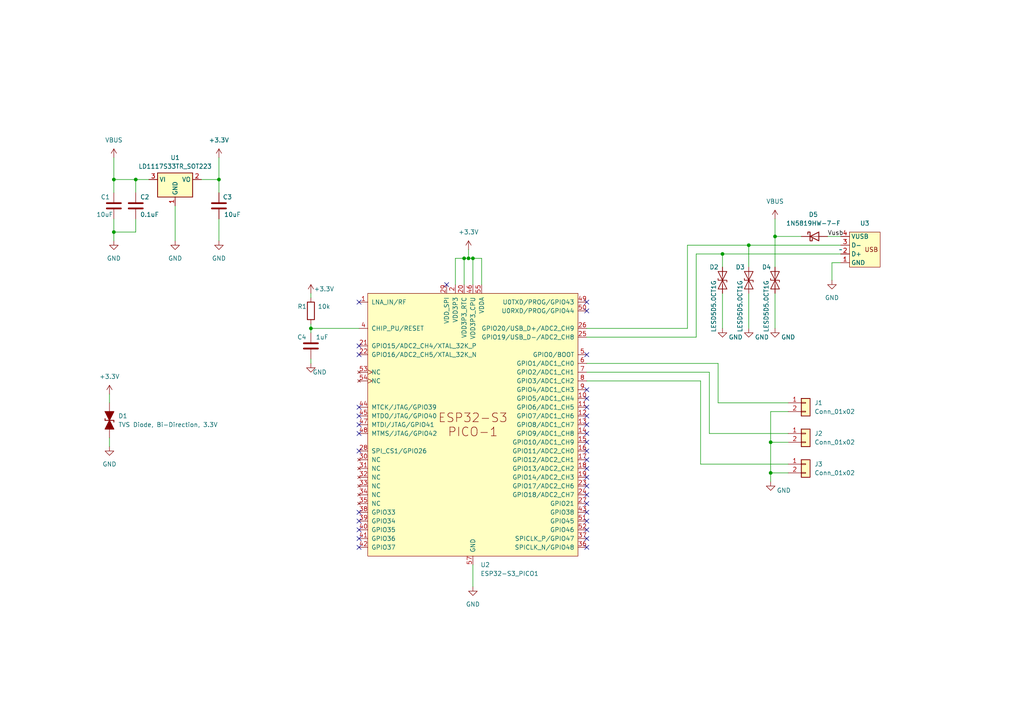
<source format=kicad_sch>
(kicad_sch (version 20230121) (generator eeschema)
  (paper "A4")
  (title_block (title "MoozyNano") (date "2023-07-21") (rev "0.1") (company "Author : Laurent Claude - www.laurentclaude.fr") (comment 1 "License : Open Source Hardware - CC BY-SA 4.0"))
  (lib_symbols
    (symbol "1_Laurent_Librairie:PCB_USC-connector"
      (property "Reference" "U" (at 0 0 0))
      (symbol "PCB_USC-connector_1_1"
        (rectangle (start 2.54 5.08) (end 11.43 -5.08) (fill (type background)))
        (rectangle (start 8.89 0) (end 8.89 0))
        (text "USB" (at 8.89 0 0) (effects (font (size 1.27 1.27))))
        (pin power_in line (at 0 3.81 0) (length 2.54) (name "GND") (number "1"))
        (pin bidirectional line (at 0 1.27 0) (length 2.54) (name "D+") (number "2"))
        (pin bidirectional line (at 0 -1.27 0) (length 2.54) (name "D-") (number "3"))
        (pin power_in line (at 0 -3.81 0) (length 2.54) (name "VUSB") (number "4"))
      )
    )
    (symbol "Connector_Generic:Conn_01x02" (pin_names (offset 1.016) hide)
      (property "Reference" "J" (at 0 2.54 0))
      (property "Value" "Conn_01x02" (at 0 -5.08 0))
      (symbol "Conn_01x02_1_1"
        (rectangle (start -1.27 -2.413) (end 0 -2.667) (stroke (width 0.1524)))
        (rectangle (start -1.27 0.127) (end 0 -0.127) (stroke (width 0.1524)))
        (rectangle (start -1.27 1.27) (end 1.27 -3.81) (stroke (width 0.254)) (fill (type background)))
        (pin passive line (at -5.08 0 0) (length 3.81) (name "Pin_1") (number "1"))
        (pin passive line (at -5.08 -2.54 0) (length 3.81) (name "Pin_2") (number "2"))
      )
    )
    (symbol "Device:C" (pin_numbers hide) (pin_names (offset 0.254))
      (property "Reference" "C" (at 0.635 2.54 0))
      (property "Value" "C" (at 0.635 -2.54 0))
      (symbol "C_0_1"
        (polyline (pts (xy -2.032 -0.762) (xy 2.032 -0.762)) (stroke (width 0.508)))
        (polyline (pts (xy -2.032 0.762) (xy 2.032 0.762)) (stroke (width 0.508)))
      )
      (symbol "C_1_1"
        (pin passive line (at 0 3.81 270) (length 2.794) (name "~") (number "1"))
        (pin passive line (at 0 -3.81 90) (length 2.794) (name "~") (number "2"))
      )
    )
    (symbol "Device:R" (pin_numbers hide) (pin_names (offset 0))
      (property "Reference" "R" (at 2.032 0 90))
      (property "Value" "R" (at 0 0 90))
      (symbol "R_0_1"
        (rectangle (start -1.016 -2.54) (end 1.016 2.54) (stroke (width 0.254)))
      )
      (symbol "R_1_1"
        (pin passive line (at 0 3.81 270) (length 1.27) (name "~") (number "1"))
        (pin passive line (at 0 -3.81 90) (length 1.27) (name "~") (number "2"))
      )
    )
    (symbol "Diode:1N5819" (pin_numbers hide) (pin_names (offset 1.016) hide)
      (property "Reference" "D" (at 0 2.54 0))
      (property "Value" "1N5819" (at 0 -2.54 0))
      (symbol "1N5819_0_1"
        (polyline (pts (xy 1.27 0) (xy -1.27 0)))
        (polyline (pts (xy 1.27 1.27) (xy 1.27 -1.27) (xy -1.27 0) (xy 1.27 1.27)) (stroke (width 0.254)))
        (polyline (pts (xy -1.905 0.635) (xy -1.905 1.27) (xy -1.27 1.27) (xy -1.27 -1.27) (xy -0.635 -1.27) (xy -0.635 -0.635)) (stroke (width 0.254)))
      )
      (symbol "1N5819_1_1"
        (pin passive line (at -3.81 0 0) (length 2.54) (name "K") (number "1"))
        (pin passive line (at 3.81 0 180) (length 2.54) (name "A") (number "2"))
      )
    )
    (symbol "Diode:ESD9B5.0ST5G" (pin_numbers hide) (pin_names (offset 1.016) hide)
      (property "Reference" "D" (at 0 2.54 0))
      (property "Value" "ESD9B5.0ST5G" (at 0 -2.54 0))
      (symbol "ESD9B5.0ST5G_0_1"
        (polyline (pts (xy 1.27 0) (xy -1.27 0)))
        (polyline (pts (xy -2.54 -1.27) (xy 0 0) (xy -2.54 1.27) (xy -2.54 -1.27)) (stroke (width 0.2032)))
        (polyline (pts (xy 0.508 1.27) (xy 0 1.27) (xy 0 -1.27) (xy -0.508 -1.27)) (stroke (width 0.2032)))
        (polyline (pts (xy 2.54 1.27) (xy 2.54 -1.27) (xy 0 0) (xy 2.54 1.27)) (stroke (width 0.2032)))
      )
      (symbol "ESD9B5.0ST5G_1_1"
        (pin passive line (at -3.81 0 0) (length 2.54) (name "A1") (number "1"))
        (pin passive line (at 3.81 0 180) (length 2.54) (name "A2") (number "2"))
      )
    )
    (symbol "PCM_Diode_TVS_AKL:D_TVS_Bidirectional_Generic" (pin_numbers hide) (pin_names (offset 1.016) hide)
      (property "Reference" "D" (at 0 5.08 0))
      (property "Value" "D_TVS_Bidirectional_Generic" (at 0 2.54 0))
      (symbol "D_TVS_Bidirectional_Generic_0_1"
        (polyline (pts (xy 0 -1.27) (xy -0.508 -1.27)) (stroke (width 0.254)))
        (polyline (pts (xy 0 1.27) (xy 0 -1.27)) (stroke (width 0.254)))
        (polyline (pts (xy 0 1.27) (xy 0.508 1.27)) (stroke (width 0.254)))
        (polyline (pts (xy 1.27 0) (xy -1.27 0)))
        (polyline (pts (xy 0 0) (xy -2.54 1.27) (xy -2.54 -1.27) (xy 0 0)) (stroke (width 0.254)) (fill (type outline)))
        (polyline (pts (xy 2.54 1.27) (xy 2.54 -1.27) (xy 0 0) (xy 2.54 1.27)) (stroke (width 0.254)) (fill (type outline)))
      )
      (symbol "D_TVS_Bidirectional_Generic_1_1"
        (pin passive line (at -5.08 0 0) (length 2.54) (name "K") (number "1"))
        (pin passive line (at 5.08 0 180) (length 2.54) (name "A") (number "2"))
      )
    )
    (symbol "PCM_Espressif:ESP32-S3_PICO1" (pin_names (offset 1.016))
      (property "Reference" "U" (at -30.48 43.18 0))
      (property "Value" "ESP32-S3_PICO1" (at -30.48 40.64 0))
      (symbol "ESP32-S3_PICO1_0_0"
        (pin bidirectional line (at 33.02 -35.56 180) (length 2.54) (name "SPICLK_N/GPIO48") (number "36"))
        (pin bidirectional line (at 33.02 -33.02 180) (length 2.54) (name "SPICLK_P/GPIO47") (number "37"))
      )
      (symbol "ESP32-S3_PICO1_0_1"
        (rectangle (start -30.48 38.1) (end 30.48 -38.1) (fill (type background)))
      )
      (symbol "ESP32-S3_PICO1_1_0"
        (text "ESP32-S3\nPICO-1" (at 0 0 0) (effects (font (size 2.54 2.54))))
      )
      (symbol "ESP32-S3_PICO1_1_1"
        (pin bidirectional line (at -33.02 35.56 0) (length 2.54) (name "LNA_IN/RF") (number "1"))
        (pin bidirectional line (at 33.02 7.62 180) (length 2.54) (name "GPIO5/ADC1_CH4") (number "10"))
        (pin bidirectional line (at 33.02 5.08 180) (length 2.54) (name "GPIO6/ADC1_CH5") (number "11"))
        (pin bidirectional line (at 33.02 2.54 180) (length 2.54) (name "GPIO7/ADC1_CH6") (number "12"))
        (pin bidirectional line (at 33.02 0 180) (length 2.54) (name "GPIO8/ADC1_CH7") (number "13"))
        (pin bidirectional line (at 33.02 -2.54 180) (length 2.54) (name "GPIO9/ADC1_CH8") (number "14"))
        (pin bidirectional line (at 33.02 -5.08 180) (length 2.54) (name "GPIO10/ADC1_CH9") (number "15"))
        (pin bidirectional line (at 33.02 -7.62 180) (length 2.54) (name "GPIO11/ADC2_CH0") (number "16"))
        (pin bidirectional line (at 33.02 -10.16 180) (length 2.54) (name "GPIO12/ADC2_CH1") (number "17"))
        (pin bidirectional line (at 33.02 -12.7 180) (length 2.54) (name "GPIO13/ADC2_CH2") (number "18"))
        (pin bidirectional line (at 33.02 -15.24 180) (length 2.54) (name "GPIO14/ADC2_CH3") (number "19"))
        (pin power_in line (at -5.08 40.64 270) (length 2.54) (name "VDD3P3") (number "2"))
        (pin power_in line (at -2.54 40.64 270) (length 2.54) (name "VDD3P3_RTC") (number "20"))
        (pin bidirectional line (at -33.02 22.86 0) (length 2.54) (name "GPIO15/ADC2_CH4/XTAL_32K_P") (number "21"))
        (pin bidirectional line (at -33.02 20.32 0) (length 2.54) (name "GPIO16/ADC2_CH5/XTAL_32K_N") (number "22"))
        (pin bidirectional line (at 33.02 -17.78 180) (length 2.54) (name "GPIO17/ADC2_CH6") (number "23"))
        (pin bidirectional line (at 33.02 -20.32 180) (length 2.54) (name "GPIO18/ADC2_CH7") (number "24"))
        (pin bidirectional line (at 33.02 25.4 180) (length 2.54) (name "GPIO19/USB_D-/ADC2_CH8") (number "25"))
        (pin bidirectional line (at 33.02 27.94 180) (length 2.54) (name "GPIO20/USB_D+/ADC2_CH9") (number "26"))
        (pin bidirectional line (at 33.02 -22.86 180) (length 2.54) (name "GPIO21") (number "27"))
        (pin bidirectional line (at -33.02 -7.62 0) (length 2.54) (name "SPI_CS1/GPIO26") (number "28"))
        (pin power_out line (at -7.62 40.64 270) (length 2.54) (name "VDD_SPI") (number "29"))
        (pin power_in line (at -5.08 40.64 270) (length 2.54) hide (name "VDD3P3") (number "3"))
        (pin no_connect line (at -33.02 -10.16 0) (length 2.54) (name "NC") (number "30"))
        (pin no_connect line (at -33.02 -12.7 0) (length 2.54) (name "NC") (number "31"))
        (pin no_connect line (at -33.02 -15.24 0) (length 2.54) (name "NC") (number "32"))
        (pin no_connect line (at -33.02 -17.78 0) (length 2.54) (name "NC") (number "33"))
        (pin no_connect line (at -33.02 -20.32 0) (length 2.54) (name "NC") (number "34"))
        (pin no_connect line (at -33.02 -22.86 0) (length 2.54) (name "NC") (number "35"))
        (pin bidirectional line (at -33.02 -25.4 0) (length 2.54) (name "GPIO33") (number "38"))
        (pin bidirectional line (at -33.02 -27.94 0) (length 2.54) (name "GPIO34") (number "39"))
        (pin input line (at -33.02 27.94 0) (length 2.54) (name "CHIP_PU/RESET") (number "4"))
        (pin bidirectional line (at -33.02 -30.48 0) (length 2.54) (name "GPIO35") (number "40"))
        (pin bidirectional line (at -33.02 -33.02 0) (length 2.54) (name "GPIO36") (number "41"))
        (pin bidirectional line (at -33.02 -35.56 0) (length 2.54) (name "GPIO37") (number "42"))
        (pin bidirectional line (at 33.02 -25.4 180) (length 2.54) (name "GPIO38") (number "43"))
        (pin bidirectional line (at -33.02 5.08 0) (length 2.54) (name "MTCK/JTAG/GPIO39") (number "44"))
        (pin bidirectional line (at -33.02 2.54 0) (length 2.54) (name "MTDO/JTAG/GPIO40") (number "45"))
        (pin power_in line (at 0 40.64 270) (length 2.54) (name "VDD3P3_CPU") (number "46"))
        (pin bidirectional line (at -33.02 0 0) (length 2.54) (name "MTDI/JTAG/GPIO41") (number "47"))
        (pin bidirectional line (at -33.02 -2.54 0) (length 2.54) (name "MTMS/JTAG/GPIO42") (number "48"))
        (pin bidirectional line (at 33.02 35.56 180) (length 2.54) (name "U0TXD/PROG/GPIO43") (number "49"))
        (pin bidirectional line (at 33.02 20.32 180) (length 2.54) (name "GPIO0/BOOT") (number "5"))
        (pin bidirectional line (at 33.02 33.02 180) (length 2.54) (name "U0RXD/PROG/GPIO44") (number "50"))
        (pin bidirectional line (at 33.02 -27.94 180) (length 2.54) (name "GPIO45") (number "51"))
        (pin bidirectional line (at 33.02 -30.48 180) (length 2.54) (name "GPIO46") (number "52"))
        (pin no_connect clock (at -33.02 15.24 0) (length 2.54) (name "NC") (number "53"))
        (pin no_connect clock (at -33.02 12.7 0) (length 2.54) (name "NC") (number "54"))
        (pin power_in line (at 2.54 40.64 270) (length 2.54) (name "VDDA") (number "55"))
        (pin passive line (at 2.54 40.64 270) (length 2.54) hide (name "VDDA") (number "56"))
        (pin power_in line (at 0 -40.64 90) (length 2.54) (name "GND") (number "57"))
        (pin bidirectional line (at 33.02 17.78 180) (length 2.54) (name "GPIO1/ADC1_CH0") (number "6"))
        (pin bidirectional line (at 33.02 15.24 180) (length 2.54) (name "GPIO2/ADC1_CH1") (number "7"))
        (pin bidirectional line (at 33.02 12.7 180) (length 2.54) (name "GPIO3/ADC1_CH2") (number "8"))
        (pin bidirectional line (at 33.02 10.16 180) (length 2.54) (name "GPIO4/ADC1_CH3") (number "9"))
      )
    )
    (symbol "Regulator_Linear:LD1117S33TR_SOT223"
      (property "Reference" "U" (at -3.81 3.175 0))
      (property "Value" "LD1117S33TR_SOT223" (at 0 3.175 0))
      (symbol "LD1117S33TR_SOT223_0_1"
        (rectangle (start -5.08 -5.08) (end 5.08 1.905) (stroke (width 0.254)) (fill (type background)))
      )
      (symbol "LD1117S33TR_SOT223_1_1"
        (pin power_in line (at 0 -7.62 90) (length 2.54) (name "GND") (number "1"))
        (pin power_out line (at 7.62 0 180) (length 2.54) (name "VO") (number "2"))
        (pin power_in line (at -7.62 0 0) (length 2.54) (name "VI") (number "3"))
      )
    )
    (symbol "power:+3.3V" (power) (pin_names (offset 0))
      (property "Value" "+3.3V" (at 0 3.556 0))
      (symbol "+3.3V_0_1"
        (polyline (pts (xy -0.762 1.27) (xy 0 2.54)))
        (polyline (pts (xy 0 0) (xy 0 2.54)))
        (polyline (pts (xy 0 2.54) (xy 0.762 1.27)))
      )
      (symbol "+3.3V_1_1"
        (pin power_in line (at 0 0 90) (length 0) hide (name "+3.3V") (number "1"))
      )
    )
    (symbol "power:GND" (power) (pin_names (offset 0))
      (property "Value" "GND" (at 0 -3.81 0))
      (symbol "GND_0_1"
        (polyline (pts (xy 0 0) (xy 0 -1.27) (xy 1.27 -1.27) (xy 0 -2.54) (xy -1.27 -1.27) (xy 0 -1.27)))
      )
      (symbol "GND_1_1"
        (pin power_in line (at 0 0 270) (length 0) hide (name "GND") (number "1"))
      )
    )
    (symbol "power:VBUS" (power) (pin_names (offset 0))
      (property "Value" "VBUS" (at 0 3.81 0))
      (symbol "VBUS_0_1"
        (polyline (pts (xy -0.762 1.27) (xy 0 2.54)))
        (polyline (pts (xy 0 0) (xy 0 2.54)))
        (polyline (pts (xy 0 2.54) (xy 0.762 1.27)))
      )
      (symbol "VBUS_1_1"
        (pin power_in line (at 0 0 90) (length 0) hide (name "VBUS") (number "1"))
      )
    )
  )
  (junction (at 223.52 128.27))
  (junction (at 135.89 74.93))
  (junction (at 33.02 52.07))
  (junction (at 90.17 95.25))
  (junction (at 63.5 52.07))
  (junction (at 209.55 73.66))
  (junction (at 217.17 71.12))
  (junction (at 137.16 74.93))
  (junction (at 39.37 52.07))
  (junction (at 134.62 74.93))
  (junction (at 224.79 68.58))
  (junction (at 223.52 137.16))
  (junction (at 33.02 67.31))
  (no_connect (at 170.18 128.27))
  (no_connect (at 104.14 151.13))
  (no_connect (at 129.54 82.55))
  (no_connect (at 104.14 156.21))
  (no_connect (at 170.18 125.73))
  (no_connect (at 170.18 153.67))
  (no_connect (at 104.14 123.19))
  (no_connect (at 170.18 143.51))
  (no_connect (at 170.18 120.65))
  (no_connect (at 170.18 90.17))
  (no_connect (at 104.14 130.81))
  (no_connect (at 170.18 140.97))
  (no_connect (at 104.14 102.87))
  (no_connect (at 170.18 133.35))
  (no_connect (at 170.18 135.89))
  (no_connect (at 170.18 87.63))
  (no_connect (at 104.14 120.65))
  (no_connect (at 170.18 138.43))
  (no_connect (at 170.18 102.87))
  (no_connect (at 104.14 153.67))
  (no_connect (at 170.18 113.03))
  (no_connect (at 170.18 130.81))
  (no_connect (at 170.18 151.13))
  (no_connect (at 170.18 146.05))
  (no_connect (at 170.18 148.59))
  (no_connect (at 170.18 123.19))
  (no_connect (at 170.18 158.75))
  (no_connect (at 170.18 118.11))
  (no_connect (at 104.14 158.75))
  (no_connect (at 104.14 148.59))
  (no_connect (at 170.18 156.21))
  (no_connect (at 104.14 125.73))
  (no_connect (at 170.18 115.57))
  (no_connect (at 104.14 87.63))
  (no_connect (at 104.14 118.11))
  (no_connect (at 104.14 100.33))
  (wire (pts (xy 208.28 116.84) (xy 228.6 116.84)))
  (wire (pts (xy 90.17 93.98) (xy 90.17 95.25)))
  (wire (pts (xy 205.74 125.73) (xy 228.6 125.73)))
  (wire (pts (xy 199.39 71.12) (xy 199.39 95.25)))
  (wire (pts (xy 170.18 97.79) (xy 201.93 97.79)))
  (wire (pts (xy 203.2 110.49) (xy 203.2 134.62)))
  (wire (pts (xy 33.02 45.72) (xy 33.02 52.07)))
  (wire (pts (xy 228.6 128.27) (xy 223.52 128.27)))
  (wire (pts (xy 134.62 74.93) (xy 132.08 74.93)))
  (wire (pts (xy 201.93 73.66) (xy 201.93 97.79)))
  (wire (pts (xy 217.17 85.09) (xy 217.17 95.25)))
  (wire (pts (xy 224.79 68.58) (xy 232.41 68.58)))
  (wire (pts (xy 240.03 68.58) (xy 243.84 68.58)))
  (wire (pts (xy 139.7 82.55) (xy 139.7 74.93)))
  (wire (pts (xy 33.02 52.07) (xy 33.02 55.88)))
  (wire (pts (xy 135.89 74.93) (xy 134.62 74.93)))
  (wire (pts (xy 243.84 76.2) (xy 241.3 76.2)))
  (wire (pts (xy 228.6 137.16) (xy 223.52 137.16)))
  (wire (pts (xy 50.8 59.69) (xy 50.8 69.85)))
  (wire (pts (xy 170.18 110.49) (xy 203.2 110.49)))
  (wire (pts (xy 208.28 105.41) (xy 208.28 116.84)))
  (wire (pts (xy 241.3 76.2) (xy 241.3 81.28)))
  (wire (pts (xy 58.42 52.07) (xy 63.5 52.07)))
  (wire (pts (xy 170.18 95.25) (xy 199.39 95.25)))
  (wire (pts (xy 39.37 52.07) (xy 43.18 52.07)))
  (wire (pts (xy 217.17 71.12) (xy 243.84 71.12)))
  (wire (pts (xy 223.52 119.38) (xy 223.52 128.27)))
  (wire (pts (xy 203.2 134.62) (xy 228.6 134.62)))
  (wire (pts (xy 217.17 71.12) (xy 217.17 77.47)))
  (wire (pts (xy 90.17 95.25) (xy 104.14 95.25)))
  (wire (pts (xy 39.37 55.88) (xy 39.37 52.07)))
  (wire (pts (xy 63.5 45.72) (xy 63.5 52.07)))
  (wire (pts (xy 224.79 68.58) (xy 224.79 77.47)))
  (wire (pts (xy 199.39 71.12) (xy 217.17 71.12)))
  (wire (pts (xy 209.55 73.66) (xy 209.55 77.47)))
  (wire (pts (xy 137.16 163.83) (xy 137.16 170.18)))
  (wire (pts (xy 132.08 74.93) (xy 132.08 82.55)))
  (wire (pts (xy 170.18 107.95) (xy 205.74 107.95)))
  (wire (pts (xy 209.55 73.66) (xy 243.84 73.66)))
  (wire (pts (xy 137.16 74.93) (xy 139.7 74.93)))
  (wire (pts (xy 33.02 67.31) (xy 33.02 69.85)))
  (wire (pts (xy 63.5 63.5) (xy 63.5 69.85)))
  (wire (pts (xy 31.75 127) (xy 31.75 129.54)))
  (wire (pts (xy 224.79 85.09) (xy 224.79 95.25)))
  (wire (pts (xy 39.37 63.5) (xy 39.37 67.31)))
  (wire (pts (xy 209.55 85.09) (xy 209.55 95.25)))
  (wire (pts (xy 90.17 85.09) (xy 90.17 86.36)))
  (wire (pts (xy 137.16 82.55) (xy 137.16 74.93)))
  (wire (pts (xy 224.79 63.5) (xy 224.79 68.58)))
  (wire (pts (xy 90.17 96.52) (xy 90.17 95.25)))
  (wire (pts (xy 31.75 114.3) (xy 31.75 116.84)))
  (wire (pts (xy 63.5 52.07) (xy 63.5 55.88)))
  (wire (pts (xy 205.74 107.95) (xy 205.74 125.73)))
  (wire (pts (xy 228.6 119.38) (xy 223.52 119.38)))
  (wire (pts (xy 201.93 73.66) (xy 209.55 73.66)))
  (wire (pts (xy 135.89 72.39) (xy 135.89 74.93)))
  (wire (pts (xy 39.37 52.07) (xy 33.02 52.07)))
  (wire (pts (xy 137.16 74.93) (xy 135.89 74.93)))
  (wire (pts (xy 223.52 137.16) (xy 223.52 139.7)))
  (wire (pts (xy 33.02 63.5) (xy 33.02 67.31)))
  (wire (pts (xy 134.62 74.93) (xy 134.62 82.55)))
  (wire (pts (xy 223.52 128.27) (xy 223.52 137.16)))
  (wire (pts (xy 90.17 104.14) (xy 90.17 105.41)))
  (wire (pts (xy 170.18 105.41) (xy 208.28 105.41)))
  (wire (pts (xy 39.37 67.31) (xy 33.02 67.31)))
  (label "Vusb" (at 240.03 68.58 0))
  (symbol (lib_id "power:GND") (at 217.17 95.25 0) (unit 1)
    (property "Reference" "#PWR017" (effects hide))
    (property "Value" "GND" (at 220.98 97.79 0))
  )
  (symbol (lib_id "power:GND") (at 33.02 69.85 0) (unit 1)
    (property "Reference" "#PWR02" (effects hide))
    (property "Value" "GND" (at 33.02 74.93 0))
  )
  (symbol (lib_id "PCM_Espressif:ESP32-S3_PICO1") (at 137.16 123.19 0) (unit 1)
    (property "Reference" "U2" (at 139.3541 163.83 0) (effects (justify left)))
    (property "Value" "ESP32-S3_PICO1" (at 139.3541 166.37 0) (effects (justify left)))
    (property "Footprint" "Package_DFN_QFN:QFN-56-1EP_7x7mm_P0.4mm_EP5.6x5.6mm" (effects hide))
    (property "Datasheet" "https://www.espressif.com/sites/default/files/documentation/esp32-s3-pico-1_datasheet_en.pdf" (effects hide))
  )
  (symbol (lib_id "Device:C") (at 90.17 100.33 180) (unit 1)
    (property "Reference" "C4" (at 88.9 97.79 0) (effects (justify left)))
    (property "Value" "1uF" (at 95.25 97.79 0) (effects (justify left)))
    (property "Footprint" "Capacitor_SMD:C_0805_2012Metric_Pad1.18x1.45mm_HandSolder" (effects hide))
  )
  (symbol (lib_id "Diode:ESD9B5.0ST5G") (at 217.17 81.28 90) (unit 1)
    (property "Reference" "D3" (at 213.36 77.47 90) (effects (justify right)))
    (property "Value" "LESD5D5.0CT1G" (at 214.63 81.28 0) (effects (justify right)))
    (property "Footprint" "Diode_SMD:D_SOD-923" (effects hide))
    (property "Datasheet" "https://www.onsemi.com/pub/Collateral/ESD9B-D.PDF" (effects hide))
  )
  (symbol (lib_id "power:+3.3V") (at 63.5 45.72 0) (unit 1)
    (property "Reference" "#PWR04" (effects hide))
    (property "Value" "+3.3V" (at 63.5 40.64 0))
  )
  (symbol (lib_id "PCM_Diode_TVS_AKL:D_TVS_Bidirectional_Generic") (at 31.75 121.92 90) (unit 1)
    (property "Reference" "D1" (at 34.29 120.65 90) (effects (justify right)))
    (property "Value" "TVS Diode, Bi-Direction, 3.3V" (at 34.29 123.19 90) (effects (justify right)))
    (property "Footprint" "Diode_SMD:D_SOD-323_HandSoldering" (effects hide))
  )
  (symbol (lib_id "power:+3.3V") (at 31.75 114.3 0) (unit 1)
    (property "Reference" "#PWR06" (effects hide))
    (property "Value" "+3.3V" (at 31.75 109.22 0))
  )
  (symbol (lib_id "Connector_Generic:Conn_01x02") (at 233.68 125.73 0) (unit 1)
    (property "Reference" "J2" (at 236.22 125.73 0) (effects (justify left)))
    (property "Value" "Conn_01x02" (at 236.22 128.27 0) (effects (justify left)))
    (property "Footprint" "Connector_PinHeader_2.54mm:PinHeader_1x02_P2.54mm_Vertical" (effects hide))
  )
  (symbol (lib_id "power:GND") (at 209.55 95.25 0) (unit 1)
    (property "Reference" "#PWR016" (effects hide))
    (property "Value" "GND" (at 213.36 97.79 0))
  )
  (symbol (lib_id "power:GND") (at 137.16 170.18 0) (unit 1)
    (property "Reference" "#PWR015" (effects hide))
    (property "Value" "GND" (at 137.16 175.26 0))
  )
  (symbol (lib_id "power:VBUS") (at 33.02 45.72 0) (unit 1)
    (property "Reference" "#PWR01" (effects hide))
    (property "Value" "VBUS" (at 33.02 40.64 0))
  )
  (symbol (lib_id "Device:C") (at 39.37 59.69 0) (unit 1)
    (property "Reference" "C2" (at 40.64 57.15 0) (effects (justify left)))
    (property "Value" "0.1uF" (at 40.64 62.23 0) (effects (justify left)))
    (property "Footprint" "Capacitor_SMD:C_0805_2012Metric_Pad1.18x1.45mm_HandSolder" (effects hide))
  )
  (symbol (lib_id "power:GND") (at 241.3 81.28 0) (mirror y) (unit 1)
    (property "Reference" "#PWR021" (effects hide))
    (property "Value" "GND" (at 241.3 86.36 0))
  )
  (symbol (lib_id "1_Laurent_Librairie:PCB_USC-connector") (at 243.84 72.39 0) (mirror x) (unit 1)
    (property "Reference" "U3" (at 250.825 64.77 0))
    (property "Value" "~" (at 243.84 72.39 0))
    (property "Footprint" "1_Laurent_Librairie:PCB_USB_Connector" (effects hide))
  )
  (symbol (lib_id "power:+3.3V") (at 135.89 72.39 0) (unit 1)
    (property "Reference" "#PWR010" (effects hide))
    (property "Value" "+3.3V" (at 135.89 67.31 0))
  )
  (symbol (lib_id "power:GND") (at 224.79 95.25 0) (unit 1)
    (property "Reference" "#PWR020" (effects hide))
    (property "Value" "GND" (at 228.6 97.79 0))
  )
  (symbol (lib_id "Diode:1N5819") (at 236.22 68.58 0) (unit 1)
    (property "Reference" "D5" (at 235.9025 62.23 0))
    (property "Value" "1N5819HW-7-F" (at 235.9025 64.77 0))
    (property "Footprint" "Diode_SMD:D_SOD-123" (effects hide))
    (property "Datasheet" "http://www.vishay.com/docs/88525/1n5817.pdf" (effects hide))
  )
  (symbol (lib_id "power:GND") (at 31.75 129.54 0) (unit 1)
    (property "Reference" "#PWR07" (effects hide))
    (property "Value" "GND" (at 31.75 134.62 0))
  )
  (symbol (lib_id "Device:C") (at 33.02 59.69 0) (unit 1)
    (property "Reference" "C1" (at 29.21 57.15 0) (effects (justify left)))
    (property "Value" "10uF" (at 27.94 62.23 0) (effects (justify left)))
    (property "Footprint" "Capacitor_SMD:C_0805_2012Metric_Pad1.18x1.45mm_HandSolder" (effects hide))
  )
  (symbol (lib_id "Diode:ESD9B5.0ST5G") (at 209.55 81.28 90) (unit 1)
    (property "Reference" "D2" (at 205.74 77.47 90) (effects (justify right)))
    (property "Value" "LESD5D5.0CT1G" (at 207.01 81.28 0) (effects (justify right)))
    (property "Footprint" "Diode_SMD:D_SOD-923" (effects hide))
    (property "Datasheet" "https://www.onsemi.com/pub/Collateral/ESD9B-D.PDF" (effects hide))
  )
  (symbol (lib_id "power:GND") (at 223.52 139.7 0) (unit 1)
    (property "Reference" "#PWR018" (effects hide))
    (property "Value" "GND" (at 227.33 142.24 0))
  )
  (symbol (lib_id "Diode:ESD9B5.0ST5G") (at 224.79 81.28 90) (unit 1)
    (property "Reference" "D4" (at 220.98 77.47 90) (effects (justify right)))
    (property "Value" "LESD5D5.0CT1G" (at 222.25 81.28 0) (effects (justify right)))
    (property "Footprint" "Diode_SMD:D_SOD-923" (effects hide))
    (property "Datasheet" "https://www.onsemi.com/pub/Collateral/ESD9B-D.PDF" (effects hide))
  )
  (symbol (lib_id "Connector_Generic:Conn_01x02") (at 233.68 116.84 0) (unit 1)
    (property "Reference" "J1" (at 236.22 116.84 0) (effects (justify left)))
    (property "Value" "Conn_01x02" (at 236.22 119.38 0) (effects (justify left)))
    (property "Footprint" "Connector_PinHeader_2.54mm:PinHeader_1x02_P2.54mm_Vertical" (effects hide))
  )
  (symbol (lib_id "power:VBUS") (at 224.79 63.5 0) (unit 1)
    (property "Reference" "#PWR019" (effects hide))
    (property "Value" "VBUS" (at 224.79 58.42 0))
  )
  (symbol (lib_id "power:+3.3V") (at 90.17 85.09 0) (unit 1)
    (property "Reference" "#PWR08" (effects hide))
    (property "Value" "+3.3V" (at 93.98 83.82 0))
  )
  (symbol (lib_id "Regulator_Linear:LD1117S33TR_SOT223") (at 50.8 52.07 0) (unit 1)
    (property "Reference" "U1" (at 50.8 45.72 0))
    (property "Value" "LD1117S33TR_SOT223" (at 50.8 48.26 0))
    (property "Footprint" "Package_TO_SOT_SMD:SOT-223-3_TabPin2" (effects hide))
    (property "Datasheet" "http://www.st.com/st-web-ui/static/active/en/resource/technical/document/datasheet/CD00000544.pdf" (effects hide))
  )
  (symbol (lib_id "Device:R") (at 90.17 90.17 0) (unit 1)
    (property "Reference" "R1" (at 87.63 88.9 0))
    (property "Value" "10k" (at 93.98 88.9 0))
    (property "Footprint" "Resistor_SMD:R_0805_2012Metric_Pad1.20x1.40mm_HandSolder" (effects hide))
  )
  (symbol (lib_id "Connector_Generic:Conn_01x02") (at 233.68 134.62 0) (unit 1)
    (property "Reference" "J3" (at 236.22 134.62 0) (effects (justify left)))
    (property "Value" "Conn_01x02" (at 236.22 137.16 0) (effects (justify left)))
    (property "Footprint" "Connector_PinHeader_2.54mm:PinHeader_1x02_P2.54mm_Vertical" (effects hide))
  )
  (symbol (lib_id "power:GND") (at 63.5 69.85 0) (unit 1)
    (property "Reference" "#PWR05" (effects hide))
    (property "Value" "GND" (at 63.5 74.93 0))
  )
  (symbol (lib_id "Device:C") (at 63.5 59.69 180) (unit 1)
    (property "Reference" "C3" (at 67.31 57.15 0) (effects (justify left)))
    (property "Value" "10uF" (at 69.85 62.23 0) (effects (justify left)))
    (property "Footprint" "Capacitor_SMD:C_0805_2012Metric_Pad1.18x1.45mm_HandSolder" (effects hide))
  )
  (symbol (lib_id "power:GND") (at 90.17 105.41 0) (unit 1)
    (property "Reference" "#PWR09" (effects hide))
    (property "Value" "GND" (at 92.71 107.95 0))
  )
  (symbol (lib_id "power:GND") (at 50.8 69.85 0) (unit 1)
    (property "Reference" "#PWR03" (effects hide))
    (property "Value" "GND" (at 50.8 74.93 0))
  )
)
</source>
